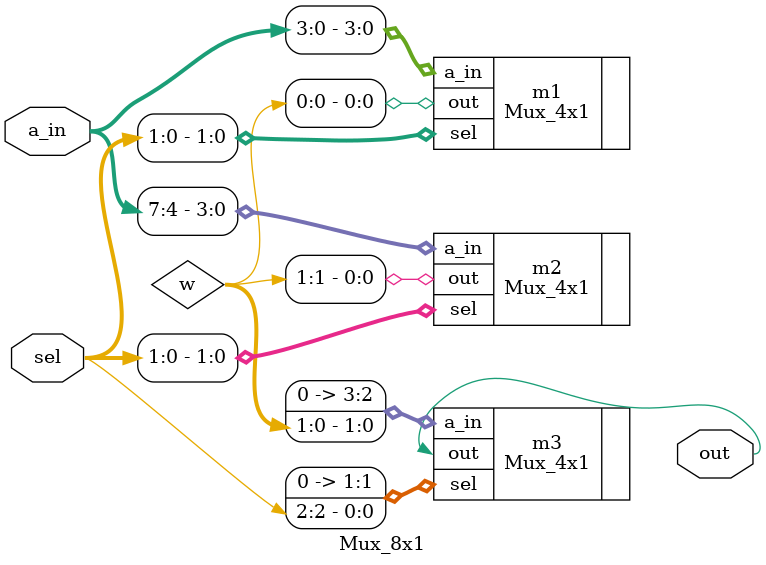
<source format=v>

module Mux_8x1 (
			input [7:0] a_in,
			input [2:0] sel,
			output out
		);

	wire [1:0] w;
	
	Mux_4x1 m1(.sel(sel[1:0]), .a_in(a_in[3:0]), .out(w[0]));
	Mux_4x1 m2(.sel(sel[1:0]), .a_in(a_in[7:4]), .out(w[1]));
	Mux_4x1 m3(.sel({1'b0, sel[2]}), .a_in({2'b00, w}), .out(out));
	

endmodule

</source>
